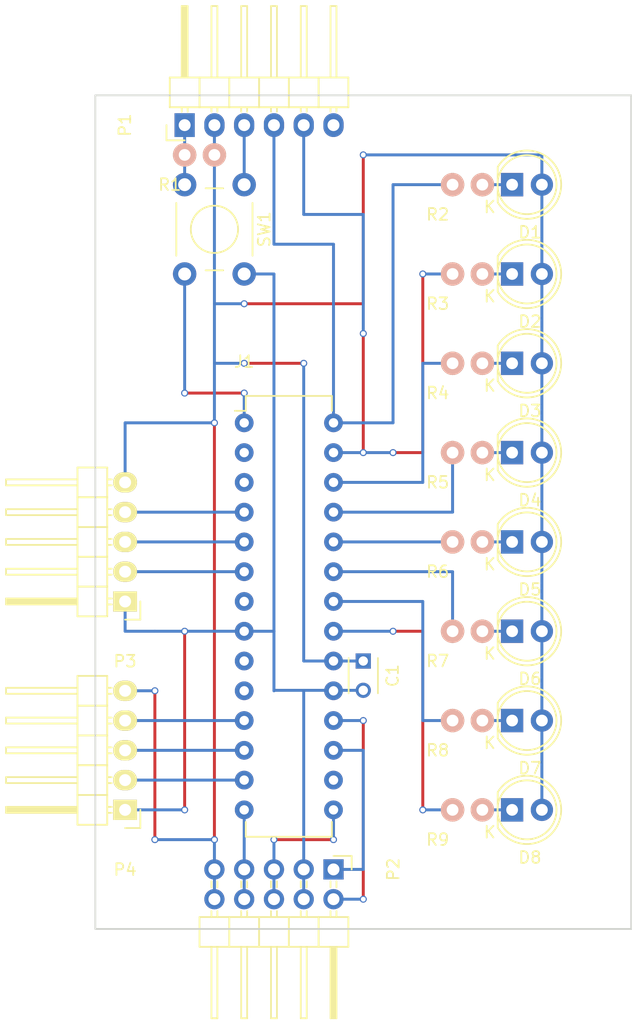
<source format=kicad_pcb>
(kicad_pcb (version 4) (host pcbnew 4.0.1-stable)

  (general
    (links 58)
    (no_connects 23)
    (area 126.924999 71.044999 172.795001 142.315001)
    (thickness 1.6)
    (drawings 4)
    (tracks 118)
    (zones 0)
    (modules 24)
    (nets 37)
  )

  (page A4)
  (title_block
    (title VW-R1)
    (date 2016-11-10)
    (company "Shotaro Kitamura (NITKC-RBKN)")
  )

  (layers
    (0 F.Cu signal)
    (31 B.Cu signal)
    (32 B.Adhes user)
    (33 F.Adhes user)
    (34 B.Paste user)
    (35 F.Paste user)
    (36 B.SilkS user)
    (37 F.SilkS user)
    (38 B.Mask user)
    (39 F.Mask user)
    (40 Dwgs.User user)
    (41 Cmts.User user)
    (42 Eco1.User user)
    (43 Eco2.User user)
    (44 Edge.Cuts user)
    (45 Margin user)
    (46 B.CrtYd user)
    (47 F.CrtYd user)
    (48 B.Fab user)
    (49 F.Fab user)
  )

  (setup
    (last_trace_width 0.25)
    (trace_clearance 0.2)
    (zone_clearance 0.508)
    (zone_45_only no)
    (trace_min 0.2)
    (segment_width 0.2)
    (edge_width 0.15)
    (via_size 0.6)
    (via_drill 0.4)
    (via_min_size 0.4)
    (via_min_drill 0.3)
    (uvia_size 0.3)
    (uvia_drill 0.1)
    (uvias_allowed no)
    (uvia_min_size 0.2)
    (uvia_min_drill 0.1)
    (pcb_text_width 0.3)
    (pcb_text_size 1.5 1.5)
    (mod_edge_width 0.15)
    (mod_text_size 1 1)
    (mod_text_width 0.15)
    (pad_size 1.524 1.524)
    (pad_drill 0.762)
    (pad_to_mask_clearance 0.2)
    (aux_axis_origin 0 0)
    (visible_elements 7FFFEFFF)
    (pcbplotparams
      (layerselection 0x00030_80000001)
      (usegerberextensions false)
      (excludeedgelayer true)
      (linewidth 0.100000)
      (plotframeref false)
      (viasonmask false)
      (mode 1)
      (useauxorigin false)
      (hpglpennumber 1)
      (hpglpenspeed 20)
      (hpglpendiameter 15)
      (hpglpenoverlay 2)
      (psnegative false)
      (psa4output false)
      (plotreference true)
      (plotvalue true)
      (plotinvisibletext false)
      (padsonsilk false)
      (subtractmaskfromsilk false)
      (outputformat 1)
      (mirror false)
      (drillshape 1)
      (scaleselection 1)
      (outputdirectory ""))
  )

  (net 0 "")
  (net 1 +5V)
  (net 2 GND)
  (net 3 "Net-(J1-Pad1)")
  (net 4 "Net-(J1-Pad2)")
  (net 5 "Net-(J1-Pad3)")
  (net 6 "Net-(J1-Pad4)")
  (net 7 "Net-(J1-Pad5)")
  (net 8 "Net-(J1-Pad6)")
  (net 9 "Net-(J1-Pad7)")
  (net 10 "Net-(J1-Pad9)")
  (net 11 "Net-(J1-Pad10)")
  (net 12 "Net-(J1-Pad11)")
  (net 13 "Net-(J1-Pad12)")
  (net 14 "Net-(J1-Pad13)")
  (net 15 "Net-(J1-Pad14)")
  (net 16 "Net-(J1-Pad15)")
  (net 17 "Net-(J1-Pad16)")
  (net 18 "Net-(J1-Pad17)")
  (net 19 "Net-(J1-Pad18)")
  (net 20 "Net-(J1-Pad21)")
  (net 21 "Net-(J1-Pad22)")
  (net 22 "Net-(J1-Pad23)")
  (net 23 "Net-(J1-Pad24)")
  (net 24 "Net-(J1-Pad25)")
  (net 25 "Net-(J1-Pad26)")
  (net 26 "Net-(J1-Pad27)")
  (net 27 "Net-(J1-Pad28)")
  (net 28 "Net-(P1-Pad6)")
  (net 29 "Net-(D1-Pad1)")
  (net 30 "Net-(D2-Pad1)")
  (net 31 "Net-(D3-Pad1)")
  (net 32 "Net-(D4-Pad1)")
  (net 33 "Net-(D5-Pad1)")
  (net 34 "Net-(D6-Pad1)")
  (net 35 "Net-(D7-Pad1)")
  (net 36 "Net-(D8-Pad1)")

  (net_class Default "これは標準のネット クラスです。"
    (clearance 0.2)
    (trace_width 0.25)
    (via_dia 0.6)
    (via_drill 0.4)
    (uvia_dia 0.3)
    (uvia_drill 0.1)
    (add_net +5V)
    (add_net GND)
    (add_net "Net-(D1-Pad1)")
    (add_net "Net-(D2-Pad1)")
    (add_net "Net-(D3-Pad1)")
    (add_net "Net-(D4-Pad1)")
    (add_net "Net-(D5-Pad1)")
    (add_net "Net-(D6-Pad1)")
    (add_net "Net-(D7-Pad1)")
    (add_net "Net-(D8-Pad1)")
    (add_net "Net-(J1-Pad1)")
    (add_net "Net-(J1-Pad10)")
    (add_net "Net-(J1-Pad11)")
    (add_net "Net-(J1-Pad12)")
    (add_net "Net-(J1-Pad13)")
    (add_net "Net-(J1-Pad14)")
    (add_net "Net-(J1-Pad15)")
    (add_net "Net-(J1-Pad16)")
    (add_net "Net-(J1-Pad17)")
    (add_net "Net-(J1-Pad18)")
    (add_net "Net-(J1-Pad2)")
    (add_net "Net-(J1-Pad21)")
    (add_net "Net-(J1-Pad22)")
    (add_net "Net-(J1-Pad23)")
    (add_net "Net-(J1-Pad24)")
    (add_net "Net-(J1-Pad25)")
    (add_net "Net-(J1-Pad26)")
    (add_net "Net-(J1-Pad27)")
    (add_net "Net-(J1-Pad28)")
    (add_net "Net-(J1-Pad3)")
    (add_net "Net-(J1-Pad4)")
    (add_net "Net-(J1-Pad5)")
    (add_net "Net-(J1-Pad6)")
    (add_net "Net-(J1-Pad7)")
    (add_net "Net-(J1-Pad9)")
    (add_net "Net-(P1-Pad6)")
  )

  (module Pin_Headers:Pin_Header_Angled_1x06 (layer F.Cu) (tedit 0) (tstamp 5823EA86)
    (at 134.62 73.66 90)
    (descr "Through hole pin header")
    (tags "pin header")
    (path /5823E0EA)
    (fp_text reference P1 (at 0 -5.1 90) (layer F.SilkS)
      (effects (font (size 1 1) (thickness 0.15)))
    )
    (fp_text value PICkit3 (at 0 -3.1 90) (layer F.Fab)
      (effects (font (size 1 1) (thickness 0.15)))
    )
    (fp_line (start -1.5 -1.75) (end -1.5 14.45) (layer F.CrtYd) (width 0.05))
    (fp_line (start 10.65 -1.75) (end 10.65 14.45) (layer F.CrtYd) (width 0.05))
    (fp_line (start -1.5 -1.75) (end 10.65 -1.75) (layer F.CrtYd) (width 0.05))
    (fp_line (start -1.5 14.45) (end 10.65 14.45) (layer F.CrtYd) (width 0.05))
    (fp_line (start -1.3 -1.55) (end -1.3 0) (layer F.SilkS) (width 0.15))
    (fp_line (start 0 -1.55) (end -1.3 -1.55) (layer F.SilkS) (width 0.15))
    (fp_line (start 4.191 -0.127) (end 10.033 -0.127) (layer F.SilkS) (width 0.15))
    (fp_line (start 10.033 -0.127) (end 10.033 0.127) (layer F.SilkS) (width 0.15))
    (fp_line (start 10.033 0.127) (end 4.191 0.127) (layer F.SilkS) (width 0.15))
    (fp_line (start 4.191 0.127) (end 4.191 0) (layer F.SilkS) (width 0.15))
    (fp_line (start 4.191 0) (end 10.033 0) (layer F.SilkS) (width 0.15))
    (fp_line (start 1.524 -0.254) (end 1.143 -0.254) (layer F.SilkS) (width 0.15))
    (fp_line (start 1.524 0.254) (end 1.143 0.254) (layer F.SilkS) (width 0.15))
    (fp_line (start 1.524 2.286) (end 1.143 2.286) (layer F.SilkS) (width 0.15))
    (fp_line (start 1.524 2.794) (end 1.143 2.794) (layer F.SilkS) (width 0.15))
    (fp_line (start 1.524 4.826) (end 1.143 4.826) (layer F.SilkS) (width 0.15))
    (fp_line (start 1.524 5.334) (end 1.143 5.334) (layer F.SilkS) (width 0.15))
    (fp_line (start 1.524 12.954) (end 1.143 12.954) (layer F.SilkS) (width 0.15))
    (fp_line (start 1.524 12.446) (end 1.143 12.446) (layer F.SilkS) (width 0.15))
    (fp_line (start 1.524 10.414) (end 1.143 10.414) (layer F.SilkS) (width 0.15))
    (fp_line (start 1.524 9.906) (end 1.143 9.906) (layer F.SilkS) (width 0.15))
    (fp_line (start 1.524 7.874) (end 1.143 7.874) (layer F.SilkS) (width 0.15))
    (fp_line (start 1.524 7.366) (end 1.143 7.366) (layer F.SilkS) (width 0.15))
    (fp_line (start 1.524 -1.27) (end 4.064 -1.27) (layer F.SilkS) (width 0.15))
    (fp_line (start 1.524 1.27) (end 4.064 1.27) (layer F.SilkS) (width 0.15))
    (fp_line (start 1.524 1.27) (end 1.524 3.81) (layer F.SilkS) (width 0.15))
    (fp_line (start 1.524 3.81) (end 4.064 3.81) (layer F.SilkS) (width 0.15))
    (fp_line (start 4.064 2.286) (end 10.16 2.286) (layer F.SilkS) (width 0.15))
    (fp_line (start 10.16 2.286) (end 10.16 2.794) (layer F.SilkS) (width 0.15))
    (fp_line (start 10.16 2.794) (end 4.064 2.794) (layer F.SilkS) (width 0.15))
    (fp_line (start 4.064 3.81) (end 4.064 1.27) (layer F.SilkS) (width 0.15))
    (fp_line (start 4.064 1.27) (end 4.064 -1.27) (layer F.SilkS) (width 0.15))
    (fp_line (start 10.16 0.254) (end 4.064 0.254) (layer F.SilkS) (width 0.15))
    (fp_line (start 10.16 -0.254) (end 10.16 0.254) (layer F.SilkS) (width 0.15))
    (fp_line (start 4.064 -0.254) (end 10.16 -0.254) (layer F.SilkS) (width 0.15))
    (fp_line (start 1.524 1.27) (end 4.064 1.27) (layer F.SilkS) (width 0.15))
    (fp_line (start 1.524 -1.27) (end 1.524 1.27) (layer F.SilkS) (width 0.15))
    (fp_line (start 1.524 8.89) (end 4.064 8.89) (layer F.SilkS) (width 0.15))
    (fp_line (start 1.524 8.89) (end 1.524 11.43) (layer F.SilkS) (width 0.15))
    (fp_line (start 1.524 11.43) (end 4.064 11.43) (layer F.SilkS) (width 0.15))
    (fp_line (start 4.064 9.906) (end 10.16 9.906) (layer F.SilkS) (width 0.15))
    (fp_line (start 10.16 9.906) (end 10.16 10.414) (layer F.SilkS) (width 0.15))
    (fp_line (start 10.16 10.414) (end 4.064 10.414) (layer F.SilkS) (width 0.15))
    (fp_line (start 4.064 11.43) (end 4.064 8.89) (layer F.SilkS) (width 0.15))
    (fp_line (start 4.064 13.97) (end 4.064 11.43) (layer F.SilkS) (width 0.15))
    (fp_line (start 10.16 12.954) (end 4.064 12.954) (layer F.SilkS) (width 0.15))
    (fp_line (start 10.16 12.446) (end 10.16 12.954) (layer F.SilkS) (width 0.15))
    (fp_line (start 4.064 12.446) (end 10.16 12.446) (layer F.SilkS) (width 0.15))
    (fp_line (start 1.524 13.97) (end 4.064 13.97) (layer F.SilkS) (width 0.15))
    (fp_line (start 1.524 11.43) (end 1.524 13.97) (layer F.SilkS) (width 0.15))
    (fp_line (start 1.524 11.43) (end 4.064 11.43) (layer F.SilkS) (width 0.15))
    (fp_line (start 1.524 6.35) (end 4.064 6.35) (layer F.SilkS) (width 0.15))
    (fp_line (start 1.524 6.35) (end 1.524 8.89) (layer F.SilkS) (width 0.15))
    (fp_line (start 1.524 8.89) (end 4.064 8.89) (layer F.SilkS) (width 0.15))
    (fp_line (start 4.064 7.366) (end 10.16 7.366) (layer F.SilkS) (width 0.15))
    (fp_line (start 10.16 7.366) (end 10.16 7.874) (layer F.SilkS) (width 0.15))
    (fp_line (start 10.16 7.874) (end 4.064 7.874) (layer F.SilkS) (width 0.15))
    (fp_line (start 4.064 8.89) (end 4.064 6.35) (layer F.SilkS) (width 0.15))
    (fp_line (start 4.064 6.35) (end 4.064 3.81) (layer F.SilkS) (width 0.15))
    (fp_line (start 10.16 5.334) (end 4.064 5.334) (layer F.SilkS) (width 0.15))
    (fp_line (start 10.16 4.826) (end 10.16 5.334) (layer F.SilkS) (width 0.15))
    (fp_line (start 4.064 4.826) (end 10.16 4.826) (layer F.SilkS) (width 0.15))
    (fp_line (start 1.524 6.35) (end 4.064 6.35) (layer F.SilkS) (width 0.15))
    (fp_line (start 1.524 3.81) (end 1.524 6.35) (layer F.SilkS) (width 0.15))
    (fp_line (start 1.524 3.81) (end 4.064 3.81) (layer F.SilkS) (width 0.15))
    (pad 1 thru_hole rect (at 0 0 90) (size 2.032 1.7272) (drill 1.016) (layers *.Cu *.Mask)
      (net 3 "Net-(J1-Pad1)"))
    (pad 2 thru_hole oval (at 0 2.54 90) (size 2.032 1.7272) (drill 1.016) (layers *.Cu *.Mask)
      (net 1 +5V))
    (pad 3 thru_hole oval (at 0 5.08 90) (size 2.032 1.7272) (drill 1.016) (layers *.Cu *.Mask)
      (net 2 GND))
    (pad 4 thru_hole oval (at 0 7.62 90) (size 2.032 1.7272) (drill 1.016) (layers *.Cu *.Mask)
      (net 27 "Net-(J1-Pad28)"))
    (pad 5 thru_hole oval (at 0 10.16 90) (size 2.032 1.7272) (drill 1.016) (layers *.Cu *.Mask)
      (net 26 "Net-(J1-Pad27)"))
    (pad 6 thru_hole oval (at 0 12.7 90) (size 2.032 1.7272) (drill 1.016) (layers *.Cu *.Mask)
      (net 28 "Net-(P1-Pad6)"))
    (model Pin_Headers.3dshapes/Pin_Header_Angled_1x06.wrl
      (at (xyz 0 -0.25 0))
      (scale (xyz 1 1 1))
      (rotate (xyz 0 0 90))
    )
  )

  (module Capacitors_ThroughHole:C_Disc_D3_P2.5 (layer F.Cu) (tedit 0) (tstamp 5823EA2C)
    (at 149.86 119.38 270)
    (descr "Capacitor 3mm Disc, Pitch 2.5mm")
    (tags Capacitor)
    (path /5823FC0B)
    (fp_text reference C1 (at 1.25 -2.5 270) (layer F.SilkS)
      (effects (font (size 1 1) (thickness 0.15)))
    )
    (fp_text value 0.1uF (at 1.25 2.5 270) (layer F.Fab)
      (effects (font (size 1 1) (thickness 0.15)))
    )
    (fp_line (start -0.9 -1.5) (end 3.4 -1.5) (layer F.CrtYd) (width 0.05))
    (fp_line (start 3.4 -1.5) (end 3.4 1.5) (layer F.CrtYd) (width 0.05))
    (fp_line (start 3.4 1.5) (end -0.9 1.5) (layer F.CrtYd) (width 0.05))
    (fp_line (start -0.9 1.5) (end -0.9 -1.5) (layer F.CrtYd) (width 0.05))
    (fp_line (start -0.25 -1.25) (end 2.75 -1.25) (layer F.SilkS) (width 0.15))
    (fp_line (start 2.75 1.25) (end -0.25 1.25) (layer F.SilkS) (width 0.15))
    (pad 1 thru_hole rect (at 0 0 270) (size 1.3 1.3) (drill 0.8) (layers *.Cu *.Mask)
      (net 1 +5V))
    (pad 2 thru_hole circle (at 2.5 0 270) (size 1.3 1.3) (drill 0.8001) (layers *.Cu *.Mask)
      (net 2 GND))
    (model Capacitors_ThroughHole.3dshapes/C_Disc_D3_P2.5.wrl
      (at (xyz 0.0492126 0 0))
      (scale (xyz 1 1 1))
      (rotate (xyz 0 0 0))
    )
  )

  (module LEDs:LED-5MM (layer F.Cu) (tedit 5570F7EA) (tstamp 5823EA32)
    (at 162.56 78.74)
    (descr "LED 5mm round vertical")
    (tags "LED 5mm round vertical")
    (path /58C3EFF6)
    (fp_text reference D1 (at 1.524 4.064) (layer F.SilkS)
      (effects (font (size 1 1) (thickness 0.15)))
    )
    (fp_text value LED (at 1.524 -3.937) (layer F.Fab)
      (effects (font (size 1 1) (thickness 0.15)))
    )
    (fp_line (start -1.5 -1.55) (end -1.5 1.55) (layer F.CrtYd) (width 0.05))
    (fp_arc (start 1.3 0) (end -1.5 1.55) (angle -302) (layer F.CrtYd) (width 0.05))
    (fp_arc (start 1.27 0) (end -1.23 -1.5) (angle 297.5) (layer F.SilkS) (width 0.15))
    (fp_line (start -1.23 1.5) (end -1.23 -1.5) (layer F.SilkS) (width 0.15))
    (fp_circle (center 1.27 0) (end 0.97 -2.5) (layer F.SilkS) (width 0.15))
    (fp_text user K (at -1.905 1.905) (layer F.SilkS)
      (effects (font (size 1 1) (thickness 0.15)))
    )
    (pad 1 thru_hole rect (at 0 0 90) (size 2 1.9) (drill 1.00076) (layers *.Cu *.Mask)
      (net 29 "Net-(D1-Pad1)"))
    (pad 2 thru_hole circle (at 2.54 0) (size 1.9 1.9) (drill 1.00076) (layers *.Cu *.Mask)
      (net 1 +5V))
    (model LEDs.3dshapes/LED-5MM.wrl
      (at (xyz 0.05 0 0))
      (scale (xyz 1 1 1))
      (rotate (xyz 0 0 90))
    )
  )

  (module LEDs:LED-5MM (layer F.Cu) (tedit 5570F7EA) (tstamp 5823EA38)
    (at 162.56 86.36)
    (descr "LED 5mm round vertical")
    (tags "LED 5mm round vertical")
    (path /58C3F038)
    (fp_text reference D2 (at 1.524 4.064) (layer F.SilkS)
      (effects (font (size 1 1) (thickness 0.15)))
    )
    (fp_text value LED (at 1.524 -3.937) (layer F.Fab)
      (effects (font (size 1 1) (thickness 0.15)))
    )
    (fp_line (start -1.5 -1.55) (end -1.5 1.55) (layer F.CrtYd) (width 0.05))
    (fp_arc (start 1.3 0) (end -1.5 1.55) (angle -302) (layer F.CrtYd) (width 0.05))
    (fp_arc (start 1.27 0) (end -1.23 -1.5) (angle 297.5) (layer F.SilkS) (width 0.15))
    (fp_line (start -1.23 1.5) (end -1.23 -1.5) (layer F.SilkS) (width 0.15))
    (fp_circle (center 1.27 0) (end 0.97 -2.5) (layer F.SilkS) (width 0.15))
    (fp_text user K (at -1.905 1.905) (layer F.SilkS)
      (effects (font (size 1 1) (thickness 0.15)))
    )
    (pad 1 thru_hole rect (at 0 0 90) (size 2 1.9) (drill 1.00076) (layers *.Cu *.Mask)
      (net 30 "Net-(D2-Pad1)"))
    (pad 2 thru_hole circle (at 2.54 0) (size 1.9 1.9) (drill 1.00076) (layers *.Cu *.Mask)
      (net 1 +5V))
    (model LEDs.3dshapes/LED-5MM.wrl
      (at (xyz 0.05 0 0))
      (scale (xyz 1 1 1))
      (rotate (xyz 0 0 90))
    )
  )

  (module LEDs:LED-5MM (layer F.Cu) (tedit 5570F7EA) (tstamp 5823EA3E)
    (at 162.56 93.98)
    (descr "LED 5mm round vertical")
    (tags "LED 5mm round vertical")
    (path /58C3F07C)
    (fp_text reference D3 (at 1.524 4.064) (layer F.SilkS)
      (effects (font (size 1 1) (thickness 0.15)))
    )
    (fp_text value LED (at 1.524 -3.937) (layer F.Fab)
      (effects (font (size 1 1) (thickness 0.15)))
    )
    (fp_line (start -1.5 -1.55) (end -1.5 1.55) (layer F.CrtYd) (width 0.05))
    (fp_arc (start 1.3 0) (end -1.5 1.55) (angle -302) (layer F.CrtYd) (width 0.05))
    (fp_arc (start 1.27 0) (end -1.23 -1.5) (angle 297.5) (layer F.SilkS) (width 0.15))
    (fp_line (start -1.23 1.5) (end -1.23 -1.5) (layer F.SilkS) (width 0.15))
    (fp_circle (center 1.27 0) (end 0.97 -2.5) (layer F.SilkS) (width 0.15))
    (fp_text user K (at -1.905 1.905) (layer F.SilkS)
      (effects (font (size 1 1) (thickness 0.15)))
    )
    (pad 1 thru_hole rect (at 0 0 90) (size 2 1.9) (drill 1.00076) (layers *.Cu *.Mask)
      (net 31 "Net-(D3-Pad1)"))
    (pad 2 thru_hole circle (at 2.54 0) (size 1.9 1.9) (drill 1.00076) (layers *.Cu *.Mask)
      (net 1 +5V))
    (model LEDs.3dshapes/LED-5MM.wrl
      (at (xyz 0.05 0 0))
      (scale (xyz 1 1 1))
      (rotate (xyz 0 0 90))
    )
  )

  (module LEDs:LED-5MM (layer F.Cu) (tedit 5570F7EA) (tstamp 5823EA44)
    (at 162.56 101.6)
    (descr "LED 5mm round vertical")
    (tags "LED 5mm round vertical")
    (path /58C3F0C3)
    (fp_text reference D4 (at 1.524 4.064) (layer F.SilkS)
      (effects (font (size 1 1) (thickness 0.15)))
    )
    (fp_text value LED (at 1.524 -3.937) (layer F.Fab)
      (effects (font (size 1 1) (thickness 0.15)))
    )
    (fp_line (start -1.5 -1.55) (end -1.5 1.55) (layer F.CrtYd) (width 0.05))
    (fp_arc (start 1.3 0) (end -1.5 1.55) (angle -302) (layer F.CrtYd) (width 0.05))
    (fp_arc (start 1.27 0) (end -1.23 -1.5) (angle 297.5) (layer F.SilkS) (width 0.15))
    (fp_line (start -1.23 1.5) (end -1.23 -1.5) (layer F.SilkS) (width 0.15))
    (fp_circle (center 1.27 0) (end 0.97 -2.5) (layer F.SilkS) (width 0.15))
    (fp_text user K (at -1.905 1.905) (layer F.SilkS)
      (effects (font (size 1 1) (thickness 0.15)))
    )
    (pad 1 thru_hole rect (at 0 0 90) (size 2 1.9) (drill 1.00076) (layers *.Cu *.Mask)
      (net 32 "Net-(D4-Pad1)"))
    (pad 2 thru_hole circle (at 2.54 0) (size 1.9 1.9) (drill 1.00076) (layers *.Cu *.Mask)
      (net 1 +5V))
    (model LEDs.3dshapes/LED-5MM.wrl
      (at (xyz 0.05 0 0))
      (scale (xyz 1 1 1))
      (rotate (xyz 0 0 90))
    )
  )

  (module LEDs:LED-5MM (layer F.Cu) (tedit 5570F7EA) (tstamp 5823EA4A)
    (at 162.56 109.22)
    (descr "LED 5mm round vertical")
    (tags "LED 5mm round vertical")
    (path /58C3F10D)
    (fp_text reference D5 (at 1.524 4.064) (layer F.SilkS)
      (effects (font (size 1 1) (thickness 0.15)))
    )
    (fp_text value LED (at 1.524 -3.937) (layer F.Fab)
      (effects (font (size 1 1) (thickness 0.15)))
    )
    (fp_line (start -1.5 -1.55) (end -1.5 1.55) (layer F.CrtYd) (width 0.05))
    (fp_arc (start 1.3 0) (end -1.5 1.55) (angle -302) (layer F.CrtYd) (width 0.05))
    (fp_arc (start 1.27 0) (end -1.23 -1.5) (angle 297.5) (layer F.SilkS) (width 0.15))
    (fp_line (start -1.23 1.5) (end -1.23 -1.5) (layer F.SilkS) (width 0.15))
    (fp_circle (center 1.27 0) (end 0.97 -2.5) (layer F.SilkS) (width 0.15))
    (fp_text user K (at -1.905 1.905) (layer F.SilkS)
      (effects (font (size 1 1) (thickness 0.15)))
    )
    (pad 1 thru_hole rect (at 0 0 90) (size 2 1.9) (drill 1.00076) (layers *.Cu *.Mask)
      (net 33 "Net-(D5-Pad1)"))
    (pad 2 thru_hole circle (at 2.54 0) (size 1.9 1.9) (drill 1.00076) (layers *.Cu *.Mask)
      (net 1 +5V))
    (model LEDs.3dshapes/LED-5MM.wrl
      (at (xyz 0.05 0 0))
      (scale (xyz 1 1 1))
      (rotate (xyz 0 0 90))
    )
  )

  (module LEDs:LED-5MM (layer F.Cu) (tedit 5570F7EA) (tstamp 5823EA50)
    (at 162.56 116.84)
    (descr "LED 5mm round vertical")
    (tags "LED 5mm round vertical")
    (path /58C3F15A)
    (fp_text reference D6 (at 1.524 4.064) (layer F.SilkS)
      (effects (font (size 1 1) (thickness 0.15)))
    )
    (fp_text value LED (at 1.524 -3.937) (layer F.Fab)
      (effects (font (size 1 1) (thickness 0.15)))
    )
    (fp_line (start -1.5 -1.55) (end -1.5 1.55) (layer F.CrtYd) (width 0.05))
    (fp_arc (start 1.3 0) (end -1.5 1.55) (angle -302) (layer F.CrtYd) (width 0.05))
    (fp_arc (start 1.27 0) (end -1.23 -1.5) (angle 297.5) (layer F.SilkS) (width 0.15))
    (fp_line (start -1.23 1.5) (end -1.23 -1.5) (layer F.SilkS) (width 0.15))
    (fp_circle (center 1.27 0) (end 0.97 -2.5) (layer F.SilkS) (width 0.15))
    (fp_text user K (at -1.905 1.905) (layer F.SilkS)
      (effects (font (size 1 1) (thickness 0.15)))
    )
    (pad 1 thru_hole rect (at 0 0 90) (size 2 1.9) (drill 1.00076) (layers *.Cu *.Mask)
      (net 34 "Net-(D6-Pad1)"))
    (pad 2 thru_hole circle (at 2.54 0) (size 1.9 1.9) (drill 1.00076) (layers *.Cu *.Mask)
      (net 1 +5V))
    (model LEDs.3dshapes/LED-5MM.wrl
      (at (xyz 0.05 0 0))
      (scale (xyz 1 1 1))
      (rotate (xyz 0 0 90))
    )
  )

  (module LEDs:LED-5MM (layer F.Cu) (tedit 5570F7EA) (tstamp 5823EA56)
    (at 162.56 124.46)
    (descr "LED 5mm round vertical")
    (tags "LED 5mm round vertical")
    (path /58C3F1AA)
    (fp_text reference D7 (at 1.524 4.064) (layer F.SilkS)
      (effects (font (size 1 1) (thickness 0.15)))
    )
    (fp_text value LED (at 1.524 -3.937) (layer F.Fab)
      (effects (font (size 1 1) (thickness 0.15)))
    )
    (fp_line (start -1.5 -1.55) (end -1.5 1.55) (layer F.CrtYd) (width 0.05))
    (fp_arc (start 1.3 0) (end -1.5 1.55) (angle -302) (layer F.CrtYd) (width 0.05))
    (fp_arc (start 1.27 0) (end -1.23 -1.5) (angle 297.5) (layer F.SilkS) (width 0.15))
    (fp_line (start -1.23 1.5) (end -1.23 -1.5) (layer F.SilkS) (width 0.15))
    (fp_circle (center 1.27 0) (end 0.97 -2.5) (layer F.SilkS) (width 0.15))
    (fp_text user K (at -1.905 1.905) (layer F.SilkS)
      (effects (font (size 1 1) (thickness 0.15)))
    )
    (pad 1 thru_hole rect (at 0 0 90) (size 2 1.9) (drill 1.00076) (layers *.Cu *.Mask)
      (net 35 "Net-(D7-Pad1)"))
    (pad 2 thru_hole circle (at 2.54 0) (size 1.9 1.9) (drill 1.00076) (layers *.Cu *.Mask)
      (net 1 +5V))
    (model LEDs.3dshapes/LED-5MM.wrl
      (at (xyz 0.05 0 0))
      (scale (xyz 1 1 1))
      (rotate (xyz 0 0 90))
    )
  )

  (module LEDs:LED-5MM (layer F.Cu) (tedit 5570F7EA) (tstamp 5823EA5C)
    (at 162.56 132.08)
    (descr "LED 5mm round vertical")
    (tags "LED 5mm round vertical")
    (path /58C3F1FD)
    (fp_text reference D8 (at 1.524 4.064) (layer F.SilkS)
      (effects (font (size 1 1) (thickness 0.15)))
    )
    (fp_text value LED (at 1.524 -3.937) (layer F.Fab)
      (effects (font (size 1 1) (thickness 0.15)))
    )
    (fp_line (start -1.5 -1.55) (end -1.5 1.55) (layer F.CrtYd) (width 0.05))
    (fp_arc (start 1.3 0) (end -1.5 1.55) (angle -302) (layer F.CrtYd) (width 0.05))
    (fp_arc (start 1.27 0) (end -1.23 -1.5) (angle 297.5) (layer F.SilkS) (width 0.15))
    (fp_line (start -1.23 1.5) (end -1.23 -1.5) (layer F.SilkS) (width 0.15))
    (fp_circle (center 1.27 0) (end 0.97 -2.5) (layer F.SilkS) (width 0.15))
    (fp_text user K (at -1.905 1.905) (layer F.SilkS)
      (effects (font (size 1 1) (thickness 0.15)))
    )
    (pad 1 thru_hole rect (at 0 0 90) (size 2 1.9) (drill 1.00076) (layers *.Cu *.Mask)
      (net 36 "Net-(D8-Pad1)"))
    (pad 2 thru_hole circle (at 2.54 0) (size 1.9 1.9) (drill 1.00076) (layers *.Cu *.Mask)
      (net 1 +5V))
    (model LEDs.3dshapes/LED-5MM.wrl
      (at (xyz 0.05 0 0))
      (scale (xyz 1 1 1))
      (rotate (xyz 0 0 90))
    )
  )

  (module Housings_DIP:DIP-28_W7.62mm (layer F.Cu) (tedit 54130A77) (tstamp 5823EA7C)
    (at 139.7 99.06)
    (descr "28-lead dip package, row spacing 7.62 mm (300 mils)")
    (tags "dil dip 2.54 300")
    (path /5823B509)
    (fp_text reference J1 (at 0 -5.22) (layer F.SilkS)
      (effects (font (size 1 1) (thickness 0.15)))
    )
    (fp_text value PIC16F1938 (at 0 -3.72) (layer F.Fab)
      (effects (font (size 1 1) (thickness 0.15)))
    )
    (fp_line (start -1.05 -2.45) (end -1.05 35.5) (layer F.CrtYd) (width 0.05))
    (fp_line (start 8.65 -2.45) (end 8.65 35.5) (layer F.CrtYd) (width 0.05))
    (fp_line (start -1.05 -2.45) (end 8.65 -2.45) (layer F.CrtYd) (width 0.05))
    (fp_line (start -1.05 35.5) (end 8.65 35.5) (layer F.CrtYd) (width 0.05))
    (fp_line (start 0.135 -2.295) (end 0.135 -1.025) (layer F.SilkS) (width 0.15))
    (fp_line (start 7.485 -2.295) (end 7.485 -1.025) (layer F.SilkS) (width 0.15))
    (fp_line (start 7.485 35.315) (end 7.485 34.045) (layer F.SilkS) (width 0.15))
    (fp_line (start 0.135 35.315) (end 0.135 34.045) (layer F.SilkS) (width 0.15))
    (fp_line (start 0.135 -2.295) (end 7.485 -2.295) (layer F.SilkS) (width 0.15))
    (fp_line (start 0.135 35.315) (end 7.485 35.315) (layer F.SilkS) (width 0.15))
    (fp_line (start 0.135 -1.025) (end -0.8 -1.025) (layer F.SilkS) (width 0.15))
    (pad 1 thru_hole oval (at 0 0) (size 1.6 1.6) (drill 0.8) (layers *.Cu *.Mask)
      (net 3 "Net-(J1-Pad1)"))
    (pad 2 thru_hole oval (at 0 2.54) (size 1.6 1.6) (drill 0.8) (layers *.Cu *.Mask)
      (net 4 "Net-(J1-Pad2)"))
    (pad 3 thru_hole oval (at 0 5.08) (size 1.6 1.6) (drill 0.8) (layers *.Cu *.Mask)
      (net 5 "Net-(J1-Pad3)"))
    (pad 4 thru_hole oval (at 0 7.62) (size 1.6 1.6) (drill 0.8) (layers *.Cu *.Mask)
      (net 6 "Net-(J1-Pad4)"))
    (pad 5 thru_hole oval (at 0 10.16) (size 1.6 1.6) (drill 0.8) (layers *.Cu *.Mask)
      (net 7 "Net-(J1-Pad5)"))
    (pad 6 thru_hole oval (at 0 12.7) (size 1.6 1.6) (drill 0.8) (layers *.Cu *.Mask)
      (net 8 "Net-(J1-Pad6)"))
    (pad 7 thru_hole oval (at 0 15.24) (size 1.6 1.6) (drill 0.8) (layers *.Cu *.Mask)
      (net 9 "Net-(J1-Pad7)"))
    (pad 8 thru_hole oval (at 0 17.78) (size 1.6 1.6) (drill 0.8) (layers *.Cu *.Mask)
      (net 2 GND))
    (pad 9 thru_hole oval (at 0 20.32) (size 1.6 1.6) (drill 0.8) (layers *.Cu *.Mask)
      (net 10 "Net-(J1-Pad9)"))
    (pad 10 thru_hole oval (at 0 22.86) (size 1.6 1.6) (drill 0.8) (layers *.Cu *.Mask)
      (net 11 "Net-(J1-Pad10)"))
    (pad 11 thru_hole oval (at 0 25.4) (size 1.6 1.6) (drill 0.8) (layers *.Cu *.Mask)
      (net 12 "Net-(J1-Pad11)"))
    (pad 12 thru_hole oval (at 0 27.94) (size 1.6 1.6) (drill 0.8) (layers *.Cu *.Mask)
      (net 13 "Net-(J1-Pad12)"))
    (pad 13 thru_hole oval (at 0 30.48) (size 1.6 1.6) (drill 0.8) (layers *.Cu *.Mask)
      (net 14 "Net-(J1-Pad13)"))
    (pad 14 thru_hole oval (at 0 33.02) (size 1.6 1.6) (drill 0.8) (layers *.Cu *.Mask)
      (net 15 "Net-(J1-Pad14)"))
    (pad 15 thru_hole oval (at 7.62 33.02) (size 1.6 1.6) (drill 0.8) (layers *.Cu *.Mask)
      (net 16 "Net-(J1-Pad15)"))
    (pad 16 thru_hole oval (at 7.62 30.48) (size 1.6 1.6) (drill 0.8) (layers *.Cu *.Mask)
      (net 17 "Net-(J1-Pad16)"))
    (pad 17 thru_hole oval (at 7.62 27.94) (size 1.6 1.6) (drill 0.8) (layers *.Cu *.Mask)
      (net 18 "Net-(J1-Pad17)"))
    (pad 18 thru_hole oval (at 7.62 25.4) (size 1.6 1.6) (drill 0.8) (layers *.Cu *.Mask)
      (net 19 "Net-(J1-Pad18)"))
    (pad 19 thru_hole oval (at 7.62 22.86) (size 1.6 1.6) (drill 0.8) (layers *.Cu *.Mask)
      (net 2 GND))
    (pad 20 thru_hole oval (at 7.62 20.32) (size 1.6 1.6) (drill 0.8) (layers *.Cu *.Mask)
      (net 1 +5V))
    (pad 21 thru_hole oval (at 7.62 17.78) (size 1.6 1.6) (drill 0.8) (layers *.Cu *.Mask)
      (net 20 "Net-(J1-Pad21)"))
    (pad 22 thru_hole oval (at 7.62 15.24) (size 1.6 1.6) (drill 0.8) (layers *.Cu *.Mask)
      (net 21 "Net-(J1-Pad22)"))
    (pad 23 thru_hole oval (at 7.62 12.7) (size 1.6 1.6) (drill 0.8) (layers *.Cu *.Mask)
      (net 22 "Net-(J1-Pad23)"))
    (pad 24 thru_hole oval (at 7.62 10.16) (size 1.6 1.6) (drill 0.8) (layers *.Cu *.Mask)
      (net 23 "Net-(J1-Pad24)"))
    (pad 25 thru_hole oval (at 7.62 7.62) (size 1.6 1.6) (drill 0.8) (layers *.Cu *.Mask)
      (net 24 "Net-(J1-Pad25)"))
    (pad 26 thru_hole oval (at 7.62 5.08) (size 1.6 1.6) (drill 0.8) (layers *.Cu *.Mask)
      (net 25 "Net-(J1-Pad26)"))
    (pad 27 thru_hole oval (at 7.62 2.54) (size 1.6 1.6) (drill 0.8) (layers *.Cu *.Mask)
      (net 26 "Net-(J1-Pad27)"))
    (pad 28 thru_hole oval (at 7.62 0) (size 1.6 1.6) (drill 0.8) (layers *.Cu *.Mask)
      (net 27 "Net-(J1-Pad28)"))
    (model Housings_DIP.3dshapes/DIP-28_W7.62mm.wrl
      (at (xyz 0 0 0))
      (scale (xyz 1 1 1))
      (rotate (xyz 0 0 0))
    )
  )

  (module Pin_Headers:Pin_Header_Angled_2x05 (layer F.Cu) (tedit 0) (tstamp 5823EA94)
    (at 147.32 137.16 270)
    (descr "Through hole pin header")
    (tags "pin header")
    (path /5823B520)
    (fp_text reference P2 (at 0 -5.1 270) (layer F.SilkS)
      (effects (font (size 1 1) (thickness 0.15)))
    )
    (fp_text value CONN_02X05 (at 0 -3.1 270) (layer F.Fab)
      (effects (font (size 1 1) (thickness 0.15)))
    )
    (fp_line (start -1.35 -1.75) (end -1.35 11.95) (layer F.CrtYd) (width 0.05))
    (fp_line (start 13.2 -1.75) (end 13.2 11.95) (layer F.CrtYd) (width 0.05))
    (fp_line (start -1.35 -1.75) (end 13.2 -1.75) (layer F.CrtYd) (width 0.05))
    (fp_line (start -1.35 11.95) (end 13.2 11.95) (layer F.CrtYd) (width 0.05))
    (fp_line (start 1.524 10.414) (end 1.016 10.414) (layer F.SilkS) (width 0.15))
    (fp_line (start 1.524 9.906) (end 1.016 9.906) (layer F.SilkS) (width 0.15))
    (fp_line (start 1.524 7.874) (end 1.016 7.874) (layer F.SilkS) (width 0.15))
    (fp_line (start 1.524 7.366) (end 1.016 7.366) (layer F.SilkS) (width 0.15))
    (fp_line (start 1.524 -0.254) (end 1.016 -0.254) (layer F.SilkS) (width 0.15))
    (fp_line (start 1.524 0.254) (end 1.016 0.254) (layer F.SilkS) (width 0.15))
    (fp_line (start 1.524 5.334) (end 1.016 5.334) (layer F.SilkS) (width 0.15))
    (fp_line (start 1.524 4.826) (end 1.016 4.826) (layer F.SilkS) (width 0.15))
    (fp_line (start 1.524 2.794) (end 1.016 2.794) (layer F.SilkS) (width 0.15))
    (fp_line (start 1.524 2.286) (end 1.016 2.286) (layer F.SilkS) (width 0.15))
    (fp_line (start 4.064 10.414) (end 3.556 10.414) (layer F.SilkS) (width 0.15))
    (fp_line (start 4.064 9.906) (end 3.556 9.906) (layer F.SilkS) (width 0.15))
    (fp_line (start 4.064 -0.254) (end 3.556 -0.254) (layer F.SilkS) (width 0.15))
    (fp_line (start 4.064 0.254) (end 3.556 0.254) (layer F.SilkS) (width 0.15))
    (fp_line (start 4.064 2.286) (end 3.556 2.286) (layer F.SilkS) (width 0.15))
    (fp_line (start 4.064 2.794) (end 3.556 2.794) (layer F.SilkS) (width 0.15))
    (fp_line (start 4.064 7.874) (end 3.556 7.874) (layer F.SilkS) (width 0.15))
    (fp_line (start 4.064 7.366) (end 3.556 7.366) (layer F.SilkS) (width 0.15))
    (fp_line (start 4.064 5.334) (end 3.556 5.334) (layer F.SilkS) (width 0.15))
    (fp_line (start 4.064 4.826) (end 3.556 4.826) (layer F.SilkS) (width 0.15))
    (fp_line (start 0 -1.55) (end -1.15 -1.55) (layer F.SilkS) (width 0.15))
    (fp_line (start -1.15 -1.55) (end -1.15 0) (layer F.SilkS) (width 0.15))
    (fp_line (start 6.604 -0.127) (end 12.573 -0.127) (layer F.SilkS) (width 0.15))
    (fp_line (start 12.573 -0.127) (end 12.573 0.127) (layer F.SilkS) (width 0.15))
    (fp_line (start 12.573 0.127) (end 6.731 0.127) (layer F.SilkS) (width 0.15))
    (fp_line (start 6.731 0.127) (end 6.731 0) (layer F.SilkS) (width 0.15))
    (fp_line (start 6.731 0) (end 12.573 0) (layer F.SilkS) (width 0.15))
    (fp_line (start 4.064 8.89) (end 6.604 8.89) (layer F.SilkS) (width 0.15))
    (fp_line (start 4.064 8.89) (end 4.064 11.43) (layer F.SilkS) (width 0.15))
    (fp_line (start 6.604 9.906) (end 12.7 9.906) (layer F.SilkS) (width 0.15))
    (fp_line (start 12.7 9.906) (end 12.7 10.414) (layer F.SilkS) (width 0.15))
    (fp_line (start 12.7 10.414) (end 6.604 10.414) (layer F.SilkS) (width 0.15))
    (fp_line (start 6.604 11.43) (end 6.604 8.89) (layer F.SilkS) (width 0.15))
    (fp_line (start 4.064 11.43) (end 6.604 11.43) (layer F.SilkS) (width 0.15))
    (fp_line (start 4.064 3.81) (end 6.604 3.81) (layer F.SilkS) (width 0.15))
    (fp_line (start 4.064 3.81) (end 4.064 6.35) (layer F.SilkS) (width 0.15))
    (fp_line (start 4.064 6.35) (end 6.604 6.35) (layer F.SilkS) (width 0.15))
    (fp_line (start 6.604 4.826) (end 12.7 4.826) (layer F.SilkS) (width 0.15))
    (fp_line (start 12.7 4.826) (end 12.7 5.334) (layer F.SilkS) (width 0.15))
    (fp_line (start 12.7 5.334) (end 6.604 5.334) (layer F.SilkS) (width 0.15))
    (fp_line (start 6.604 6.35) (end 6.604 3.81) (layer F.SilkS) (width 0.15))
    (fp_line (start 6.604 8.89) (end 6.604 6.35) (layer F.SilkS) (width 0.15))
    (fp_line (start 12.7 7.874) (end 6.604 7.874) (layer F.SilkS) (width 0.15))
    (fp_line (start 12.7 7.366) (end 12.7 7.874) (layer F.SilkS) (width 0.15))
    (fp_line (start 6.604 7.366) (end 12.7 7.366) (layer F.SilkS) (width 0.15))
    (fp_line (start 4.064 8.89) (end 6.604 8.89) (layer F.SilkS) (width 0.15))
    (fp_line (start 4.064 6.35) (end 4.064 8.89) (layer F.SilkS) (width 0.15))
    (fp_line (start 4.064 6.35) (end 6.604 6.35) (layer F.SilkS) (width 0.15))
    (fp_line (start 4.064 1.27) (end 6.604 1.27) (layer F.SilkS) (width 0.15))
    (fp_line (start 4.064 1.27) (end 4.064 3.81) (layer F.SilkS) (width 0.15))
    (fp_line (start 4.064 3.81) (end 6.604 3.81) (layer F.SilkS) (width 0.15))
    (fp_line (start 6.604 2.286) (end 12.7 2.286) (layer F.SilkS) (width 0.15))
    (fp_line (start 12.7 2.286) (end 12.7 2.794) (layer F.SilkS) (width 0.15))
    (fp_line (start 12.7 2.794) (end 6.604 2.794) (layer F.SilkS) (width 0.15))
    (fp_line (start 6.604 3.81) (end 6.604 1.27) (layer F.SilkS) (width 0.15))
    (fp_line (start 6.604 1.27) (end 6.604 -1.27) (layer F.SilkS) (width 0.15))
    (fp_line (start 12.7 0.254) (end 6.604 0.254) (layer F.SilkS) (width 0.15))
    (fp_line (start 12.7 -0.254) (end 12.7 0.254) (layer F.SilkS) (width 0.15))
    (fp_line (start 6.604 -0.254) (end 12.7 -0.254) (layer F.SilkS) (width 0.15))
    (fp_line (start 4.064 1.27) (end 6.604 1.27) (layer F.SilkS) (width 0.15))
    (fp_line (start 4.064 -1.27) (end 4.064 1.27) (layer F.SilkS) (width 0.15))
    (fp_line (start 4.064 -1.27) (end 6.604 -1.27) (layer F.SilkS) (width 0.15))
    (pad 1 thru_hole rect (at 0 0 270) (size 1.7272 1.7272) (drill 1.016) (layers *.Cu *.Mask)
      (net 18 "Net-(J1-Pad17)"))
    (pad 2 thru_hole oval (at 2.54 0 270) (size 1.7272 1.7272) (drill 1.016) (layers *.Cu *.Mask)
      (net 19 "Net-(J1-Pad18)"))
    (pad 3 thru_hole oval (at 0 2.54 270) (size 1.7272 1.7272) (drill 1.016) (layers *.Cu *.Mask)
      (net 2 GND))
    (pad 4 thru_hole oval (at 2.54 2.54 270) (size 1.7272 1.7272) (drill 1.016) (layers *.Cu *.Mask)
      (net 2 GND))
    (pad 5 thru_hole oval (at 0 5.08 270) (size 1.7272 1.7272) (drill 1.016) (layers *.Cu *.Mask)
      (net 16 "Net-(J1-Pad15)"))
    (pad 6 thru_hole oval (at 2.54 5.08 270) (size 1.7272 1.7272) (drill 1.016) (layers *.Cu *.Mask)
      (net 16 "Net-(J1-Pad15)"))
    (pad 7 thru_hole oval (at 0 7.62 270) (size 1.7272 1.7272) (drill 1.016) (layers *.Cu *.Mask)
      (net 15 "Net-(J1-Pad14)"))
    (pad 8 thru_hole oval (at 2.54 7.62 270) (size 1.7272 1.7272) (drill 1.016) (layers *.Cu *.Mask)
      (net 15 "Net-(J1-Pad14)"))
    (pad 9 thru_hole oval (at 0 10.16 270) (size 1.7272 1.7272) (drill 1.016) (layers *.Cu *.Mask)
      (net 1 +5V))
    (pad 10 thru_hole oval (at 2.54 10.16 270) (size 1.7272 1.7272) (drill 1.016) (layers *.Cu *.Mask)
      (net 1 +5V))
    (model Pin_Headers.3dshapes/Pin_Header_Angled_2x05.wrl
      (at (xyz 0.05 -0.2 0))
      (scale (xyz 1 1 1))
      (rotate (xyz 0 0 90))
    )
  )

  (module fplib:Resistor_Vertical (layer F.Cu) (tedit 5823EC60) (tstamp 5823F321)
    (at 135.89 76.2 180)
    (descr "Resistor, Vertical, RM 5mm, 1/3W,")
    (tags "Resistor, Vertical, RM 5mm, 1/3W,")
    (path /5823E1CC)
    (fp_text reference R1 (at 2.54 -2.54 180) (layer F.SilkS)
      (effects (font (size 1 1) (thickness 0.15)))
    )
    (fp_text value 1kΩ (at 0 2.54 180) (layer F.Fab)
      (effects (font (size 1 1) (thickness 0.15)))
    )
    (fp_line (start 1.17094 0) (end 2.1717 0) (layer F.SilkS) (width 0.15))
    (pad 1 thru_hole circle (at -1.27 0 180) (size 1.99898 1.99898) (drill 1.00076) (layers *.Cu *.SilkS *.Mask)
      (net 1 +5V))
    (pad 2 thru_hole circle (at 1.27 0 180) (size 1.99898 1.99898) (drill 1.00076) (layers *.Cu *.SilkS *.Mask)
      (net 3 "Net-(J1-Pad1)"))
  )

  (module fplib:Resistor_Vertical (layer F.Cu) (tedit 5823EC60) (tstamp 5823F327)
    (at 158.75 78.74 180)
    (descr "Resistor, Vertical, RM 5mm, 1/3W,")
    (tags "Resistor, Vertical, RM 5mm, 1/3W,")
    (path /5823E7EF)
    (fp_text reference R2 (at 2.54 -2.54 180) (layer F.SilkS)
      (effects (font (size 1 1) (thickness 0.15)))
    )
    (fp_text value 510Ω (at 0 2.54 180) (layer F.Fab)
      (effects (font (size 1 1) (thickness 0.15)))
    )
    (fp_line (start 1.17094 0) (end 2.1717 0) (layer F.SilkS) (width 0.15))
    (pad 1 thru_hole circle (at -1.27 0 180) (size 1.99898 1.99898) (drill 1.00076) (layers *.Cu *.SilkS *.Mask)
      (net 29 "Net-(D1-Pad1)"))
    (pad 2 thru_hole circle (at 1.27 0 180) (size 1.99898 1.99898) (drill 1.00076) (layers *.Cu *.SilkS *.Mask)
      (net 27 "Net-(J1-Pad28)"))
  )

  (module fplib:Resistor_Vertical (layer F.Cu) (tedit 5823EC60) (tstamp 5823F32D)
    (at 158.75 86.36 180)
    (descr "Resistor, Vertical, RM 5mm, 1/3W,")
    (tags "Resistor, Vertical, RM 5mm, 1/3W,")
    (path /5824008D)
    (fp_text reference R3 (at 2.54 -2.54 180) (layer F.SilkS)
      (effects (font (size 1 1) (thickness 0.15)))
    )
    (fp_text value 510Ω (at 0 2.54 180) (layer F.Fab)
      (effects (font (size 1 1) (thickness 0.15)))
    )
    (fp_line (start 1.17094 0) (end 2.1717 0) (layer F.SilkS) (width 0.15))
    (pad 1 thru_hole circle (at -1.27 0 180) (size 1.99898 1.99898) (drill 1.00076) (layers *.Cu *.SilkS *.Mask)
      (net 30 "Net-(D2-Pad1)"))
    (pad 2 thru_hole circle (at 1.27 0 180) (size 1.99898 1.99898) (drill 1.00076) (layers *.Cu *.SilkS *.Mask)
      (net 26 "Net-(J1-Pad27)"))
  )

  (module fplib:Resistor_Vertical (layer F.Cu) (tedit 5823EC60) (tstamp 5823F333)
    (at 158.75 93.98 180)
    (descr "Resistor, Vertical, RM 5mm, 1/3W,")
    (tags "Resistor, Vertical, RM 5mm, 1/3W,")
    (path /58240161)
    (fp_text reference R4 (at 2.54 -2.54 180) (layer F.SilkS)
      (effects (font (size 1 1) (thickness 0.15)))
    )
    (fp_text value 510Ω (at 0 2.54 180) (layer F.Fab)
      (effects (font (size 1 1) (thickness 0.15)))
    )
    (fp_line (start 1.17094 0) (end 2.1717 0) (layer F.SilkS) (width 0.15))
    (pad 1 thru_hole circle (at -1.27 0 180) (size 1.99898 1.99898) (drill 1.00076) (layers *.Cu *.SilkS *.Mask)
      (net 31 "Net-(D3-Pad1)"))
    (pad 2 thru_hole circle (at 1.27 0 180) (size 1.99898 1.99898) (drill 1.00076) (layers *.Cu *.SilkS *.Mask)
      (net 25 "Net-(J1-Pad26)"))
  )

  (module fplib:Resistor_Vertical (layer F.Cu) (tedit 5823EC60) (tstamp 5823F339)
    (at 158.75 101.6 180)
    (descr "Resistor, Vertical, RM 5mm, 1/3W,")
    (tags "Resistor, Vertical, RM 5mm, 1/3W,")
    (path /58240167)
    (fp_text reference R5 (at 2.54 -2.54 180) (layer F.SilkS)
      (effects (font (size 1 1) (thickness 0.15)))
    )
    (fp_text value 510Ω (at 0 2.54 180) (layer F.Fab)
      (effects (font (size 1 1) (thickness 0.15)))
    )
    (fp_line (start 1.17094 0) (end 2.1717 0) (layer F.SilkS) (width 0.15))
    (pad 1 thru_hole circle (at -1.27 0 180) (size 1.99898 1.99898) (drill 1.00076) (layers *.Cu *.SilkS *.Mask)
      (net 32 "Net-(D4-Pad1)"))
    (pad 2 thru_hole circle (at 1.27 0 180) (size 1.99898 1.99898) (drill 1.00076) (layers *.Cu *.SilkS *.Mask)
      (net 24 "Net-(J1-Pad25)"))
  )

  (module fplib:Resistor_Vertical (layer F.Cu) (tedit 5823EC60) (tstamp 5823F33F)
    (at 158.75 109.22 180)
    (descr "Resistor, Vertical, RM 5mm, 1/3W,")
    (tags "Resistor, Vertical, RM 5mm, 1/3W,")
    (path /58240237)
    (fp_text reference R6 (at 2.54 -2.54 180) (layer F.SilkS)
      (effects (font (size 1 1) (thickness 0.15)))
    )
    (fp_text value 510Ω (at 0 2.54 180) (layer F.Fab)
      (effects (font (size 1 1) (thickness 0.15)))
    )
    (fp_line (start 1.17094 0) (end 2.1717 0) (layer F.SilkS) (width 0.15))
    (pad 1 thru_hole circle (at -1.27 0 180) (size 1.99898 1.99898) (drill 1.00076) (layers *.Cu *.SilkS *.Mask)
      (net 33 "Net-(D5-Pad1)"))
    (pad 2 thru_hole circle (at 1.27 0 180) (size 1.99898 1.99898) (drill 1.00076) (layers *.Cu *.SilkS *.Mask)
      (net 23 "Net-(J1-Pad24)"))
  )

  (module fplib:Resistor_Vertical (layer F.Cu) (tedit 5823EC60) (tstamp 5823F345)
    (at 158.75 116.84 180)
    (descr "Resistor, Vertical, RM 5mm, 1/3W,")
    (tags "Resistor, Vertical, RM 5mm, 1/3W,")
    (path /5824023D)
    (fp_text reference R7 (at 2.54 -2.54 180) (layer F.SilkS)
      (effects (font (size 1 1) (thickness 0.15)))
    )
    (fp_text value 510Ω (at 0 2.54 180) (layer F.Fab)
      (effects (font (size 1 1) (thickness 0.15)))
    )
    (fp_line (start 1.17094 0) (end 2.1717 0) (layer F.SilkS) (width 0.15))
    (pad 1 thru_hole circle (at -1.27 0 180) (size 1.99898 1.99898) (drill 1.00076) (layers *.Cu *.SilkS *.Mask)
      (net 34 "Net-(D6-Pad1)"))
    (pad 2 thru_hole circle (at 1.27 0 180) (size 1.99898 1.99898) (drill 1.00076) (layers *.Cu *.SilkS *.Mask)
      (net 22 "Net-(J1-Pad23)"))
  )

  (module fplib:Resistor_Vertical (layer F.Cu) (tedit 5823EC60) (tstamp 5823F34B)
    (at 158.75 124.46 180)
    (descr "Resistor, Vertical, RM 5mm, 1/3W,")
    (tags "Resistor, Vertical, RM 5mm, 1/3W,")
    (path /58240243)
    (fp_text reference R8 (at 2.54 -2.54 180) (layer F.SilkS)
      (effects (font (size 1 1) (thickness 0.15)))
    )
    (fp_text value 510Ω (at 0 2.54 180) (layer F.Fab)
      (effects (font (size 1 1) (thickness 0.15)))
    )
    (fp_line (start 1.17094 0) (end 2.1717 0) (layer F.SilkS) (width 0.15))
    (pad 1 thru_hole circle (at -1.27 0 180) (size 1.99898 1.99898) (drill 1.00076) (layers *.Cu *.SilkS *.Mask)
      (net 35 "Net-(D7-Pad1)"))
    (pad 2 thru_hole circle (at 1.27 0 180) (size 1.99898 1.99898) (drill 1.00076) (layers *.Cu *.SilkS *.Mask)
      (net 21 "Net-(J1-Pad22)"))
  )

  (module fplib:Resistor_Vertical (layer F.Cu) (tedit 5823EC60) (tstamp 5823F351)
    (at 158.75 132.08 180)
    (descr "Resistor, Vertical, RM 5mm, 1/3W,")
    (tags "Resistor, Vertical, RM 5mm, 1/3W,")
    (path /58240249)
    (fp_text reference R9 (at 2.54 -2.54 180) (layer F.SilkS)
      (effects (font (size 1 1) (thickness 0.15)))
    )
    (fp_text value 510Ω (at 0 2.54 180) (layer F.Fab)
      (effects (font (size 1 1) (thickness 0.15)))
    )
    (fp_line (start 1.17094 0) (end 2.1717 0) (layer F.SilkS) (width 0.15))
    (pad 1 thru_hole circle (at -1.27 0 180) (size 1.99898 1.99898) (drill 1.00076) (layers *.Cu *.SilkS *.Mask)
      (net 36 "Net-(D8-Pad1)"))
    (pad 2 thru_hole circle (at 1.27 0 180) (size 1.99898 1.99898) (drill 1.00076) (layers *.Cu *.SilkS *.Mask)
      (net 20 "Net-(J1-Pad21)"))
  )

  (module fplib:SW_PUSH_6mmを2.54mmピッチに無理やり押し込んだやつ (layer F.Cu) (tedit 5823EF5D) (tstamp 5823F357)
    (at 137.16 82.55 270)
    (descr https://www.omron.com/ecb/products/pdf/en-b3f.pdf)
    (tags "tact sw push 6mm")
    (path /5823E427)
    (fp_text reference SW1 (at 0 -4.25 270) (layer F.SilkS)
      (effects (font (size 1 1) (thickness 0.15)))
    )
    (fp_text value reset (at 0.5 4.45 270) (layer F.Fab)
      (effects (font (size 1 1) (thickness 0.15)))
    )
    (fp_line (start 0 -3) (end 3 -3) (layer F.Fab) (width 0.15))
    (fp_line (start 3 -3) (end 3 3) (layer F.Fab) (width 0.15))
    (fp_line (start 3 3) (end -3 3) (layer F.Fab) (width 0.15))
    (fp_line (start -3 3) (end -3 -3) (layer F.Fab) (width 0.15))
    (fp_line (start -3 -3) (end 0 -3) (layer F.Fab) (width 0.15))
    (fp_line (start 4.5 3.75) (end 4.75 3.75) (layer F.CrtYd) (width 0.05))
    (fp_line (start 4.75 3.75) (end 4.75 3.5) (layer F.CrtYd) (width 0.05))
    (fp_line (start 4.5 -3.75) (end 4.75 -3.75) (layer F.CrtYd) (width 0.05))
    (fp_line (start 4.75 -3.75) (end 4.75 -3.5) (layer F.CrtYd) (width 0.05))
    (fp_line (start -4.75 -3.5) (end -4.75 -3.75) (layer F.CrtYd) (width 0.05))
    (fp_line (start -4.75 -3.75) (end -4.5 -3.75) (layer F.CrtYd) (width 0.05))
    (fp_line (start -4.75 3.5) (end -4.75 3.75) (layer F.CrtYd) (width 0.05))
    (fp_line (start -4.75 3.75) (end -4.5 3.75) (layer F.CrtYd) (width 0.05))
    (fp_circle (center 0 0) (end -2 0.25) (layer F.SilkS) (width 0.15))
    (fp_line (start -4.5 -3.75) (end 4.5 -3.75) (layer F.CrtYd) (width 0.05))
    (fp_line (start -4.75 3.5) (end -4.75 -3.5) (layer F.CrtYd) (width 0.05))
    (fp_line (start 4.5 3.75) (end -4.5 3.75) (layer F.CrtYd) (width 0.05))
    (fp_line (start 4.75 -3.5) (end 4.75 3.5) (layer F.CrtYd) (width 0.05))
    (fp_line (start -2.25 3.25) (end 2.25 3.25) (layer F.SilkS) (width 0.15))
    (fp_line (start -3.5 -0.75) (end -3.5 0.75) (layer F.SilkS) (width 0.15))
    (fp_line (start 2.25 -3.25) (end -2.25 -3.25) (layer F.SilkS) (width 0.15))
    (fp_line (start 3.5 0.75) (end 3.5 -0.75) (layer F.SilkS) (width 0.15))
    (pad 2 thru_hole circle (at -3.81 2.54) (size 2 2) (drill 1.1) (layers *.Cu *.Mask)
      (net 3 "Net-(J1-Pad1)"))
    (pad 1 thru_hole circle (at -3.81 -2.54) (size 2 2) (drill 1.1) (layers *.Cu *.Mask)
      (net 2 GND))
    (pad 2 thru_hole circle (at 3.81 2.54) (size 2 2) (drill 1.1) (layers *.Cu *.Mask)
      (net 3 "Net-(J1-Pad1)"))
    (pad 1 thru_hole circle (at 3.81 -2.54) (size 2 2) (drill 1.1) (layers *.Cu *.Mask)
      (net 2 GND))
  )

  (module Pin_Headers:Pin_Header_Angled_1x05 (layer F.Cu) (tedit 0) (tstamp 58CB8FAD)
    (at 129.54 114.3 180)
    (descr "Through hole pin header")
    (tags "pin header")
    (path /58CB9F6C)
    (fp_text reference P3 (at 0 -5.1 180) (layer F.SilkS)
      (effects (font (size 1 1) (thickness 0.15)))
    )
    (fp_text value CONN_01X05 (at 0 -3.1 180) (layer F.Fab)
      (effects (font (size 1 1) (thickness 0.15)))
    )
    (fp_line (start -1.5 -1.75) (end -1.5 11.95) (layer F.CrtYd) (width 0.05))
    (fp_line (start 10.65 -1.75) (end 10.65 11.95) (layer F.CrtYd) (width 0.05))
    (fp_line (start -1.5 -1.75) (end 10.65 -1.75) (layer F.CrtYd) (width 0.05))
    (fp_line (start -1.5 11.95) (end 10.65 11.95) (layer F.CrtYd) (width 0.05))
    (fp_line (start -1.3 -1.55) (end -1.3 0) (layer F.SilkS) (width 0.15))
    (fp_line (start 0 -1.55) (end -1.3 -1.55) (layer F.SilkS) (width 0.15))
    (fp_line (start 4.191 -0.127) (end 10.033 -0.127) (layer F.SilkS) (width 0.15))
    (fp_line (start 10.033 -0.127) (end 10.033 0.127) (layer F.SilkS) (width 0.15))
    (fp_line (start 10.033 0.127) (end 4.191 0.127) (layer F.SilkS) (width 0.15))
    (fp_line (start 4.191 0.127) (end 4.191 0) (layer F.SilkS) (width 0.15))
    (fp_line (start 4.191 0) (end 10.033 0) (layer F.SilkS) (width 0.15))
    (fp_line (start 1.524 -0.254) (end 1.143 -0.254) (layer F.SilkS) (width 0.15))
    (fp_line (start 1.524 0.254) (end 1.143 0.254) (layer F.SilkS) (width 0.15))
    (fp_line (start 1.524 2.286) (end 1.143 2.286) (layer F.SilkS) (width 0.15))
    (fp_line (start 1.524 2.794) (end 1.143 2.794) (layer F.SilkS) (width 0.15))
    (fp_line (start 1.524 4.826) (end 1.143 4.826) (layer F.SilkS) (width 0.15))
    (fp_line (start 1.524 5.334) (end 1.143 5.334) (layer F.SilkS) (width 0.15))
    (fp_line (start 1.524 7.366) (end 1.143 7.366) (layer F.SilkS) (width 0.15))
    (fp_line (start 1.524 7.874) (end 1.143 7.874) (layer F.SilkS) (width 0.15))
    (fp_line (start 1.524 10.414) (end 1.143 10.414) (layer F.SilkS) (width 0.15))
    (fp_line (start 1.524 9.906) (end 1.143 9.906) (layer F.SilkS) (width 0.15))
    (fp_line (start 4.064 1.27) (end 4.064 -1.27) (layer F.SilkS) (width 0.15))
    (fp_line (start 10.16 0.254) (end 4.064 0.254) (layer F.SilkS) (width 0.15))
    (fp_line (start 10.16 -0.254) (end 10.16 0.254) (layer F.SilkS) (width 0.15))
    (fp_line (start 4.064 -0.254) (end 10.16 -0.254) (layer F.SilkS) (width 0.15))
    (fp_line (start 1.524 1.27) (end 4.064 1.27) (layer F.SilkS) (width 0.15))
    (fp_line (start 1.524 -1.27) (end 1.524 1.27) (layer F.SilkS) (width 0.15))
    (fp_line (start 1.524 -1.27) (end 4.064 -1.27) (layer F.SilkS) (width 0.15))
    (fp_line (start 1.524 3.81) (end 4.064 3.81) (layer F.SilkS) (width 0.15))
    (fp_line (start 1.524 3.81) (end 1.524 6.35) (layer F.SilkS) (width 0.15))
    (fp_line (start 1.524 6.35) (end 4.064 6.35) (layer F.SilkS) (width 0.15))
    (fp_line (start 4.064 4.826) (end 10.16 4.826) (layer F.SilkS) (width 0.15))
    (fp_line (start 10.16 4.826) (end 10.16 5.334) (layer F.SilkS) (width 0.15))
    (fp_line (start 10.16 5.334) (end 4.064 5.334) (layer F.SilkS) (width 0.15))
    (fp_line (start 4.064 6.35) (end 4.064 3.81) (layer F.SilkS) (width 0.15))
    (fp_line (start 4.064 3.81) (end 4.064 1.27) (layer F.SilkS) (width 0.15))
    (fp_line (start 10.16 2.794) (end 4.064 2.794) (layer F.SilkS) (width 0.15))
    (fp_line (start 10.16 2.286) (end 10.16 2.794) (layer F.SilkS) (width 0.15))
    (fp_line (start 4.064 2.286) (end 10.16 2.286) (layer F.SilkS) (width 0.15))
    (fp_line (start 1.524 3.81) (end 4.064 3.81) (layer F.SilkS) (width 0.15))
    (fp_line (start 1.524 1.27) (end 1.524 3.81) (layer F.SilkS) (width 0.15))
    (fp_line (start 1.524 1.27) (end 4.064 1.27) (layer F.SilkS) (width 0.15))
    (fp_line (start 1.524 8.89) (end 4.064 8.89) (layer F.SilkS) (width 0.15))
    (fp_line (start 1.524 8.89) (end 1.524 11.43) (layer F.SilkS) (width 0.15))
    (fp_line (start 1.524 11.43) (end 4.064 11.43) (layer F.SilkS) (width 0.15))
    (fp_line (start 4.064 9.906) (end 10.16 9.906) (layer F.SilkS) (width 0.15))
    (fp_line (start 10.16 9.906) (end 10.16 10.414) (layer F.SilkS) (width 0.15))
    (fp_line (start 10.16 10.414) (end 4.064 10.414) (layer F.SilkS) (width 0.15))
    (fp_line (start 4.064 11.43) (end 4.064 8.89) (layer F.SilkS) (width 0.15))
    (fp_line (start 4.064 8.89) (end 4.064 6.35) (layer F.SilkS) (width 0.15))
    (fp_line (start 10.16 7.874) (end 4.064 7.874) (layer F.SilkS) (width 0.15))
    (fp_line (start 10.16 7.366) (end 10.16 7.874) (layer F.SilkS) (width 0.15))
    (fp_line (start 4.064 7.366) (end 10.16 7.366) (layer F.SilkS) (width 0.15))
    (fp_line (start 1.524 8.89) (end 4.064 8.89) (layer F.SilkS) (width 0.15))
    (fp_line (start 1.524 6.35) (end 1.524 8.89) (layer F.SilkS) (width 0.15))
    (fp_line (start 1.524 6.35) (end 4.064 6.35) (layer F.SilkS) (width 0.15))
    (pad 1 thru_hole rect (at 0 0 180) (size 2.032 1.7272) (drill 1.016) (layers *.Cu *.Mask F.SilkS)
      (net 2 GND))
    (pad 2 thru_hole oval (at 0 2.54 180) (size 2.032 1.7272) (drill 1.016) (layers *.Cu *.Mask F.SilkS)
      (net 8 "Net-(J1-Pad6)"))
    (pad 3 thru_hole oval (at 0 5.08 180) (size 2.032 1.7272) (drill 1.016) (layers *.Cu *.Mask F.SilkS)
      (net 7 "Net-(J1-Pad5)"))
    (pad 4 thru_hole oval (at 0 7.62 180) (size 2.032 1.7272) (drill 1.016) (layers *.Cu *.Mask F.SilkS)
      (net 6 "Net-(J1-Pad4)"))
    (pad 5 thru_hole oval (at 0 10.16 180) (size 2.032 1.7272) (drill 1.016) (layers *.Cu *.Mask F.SilkS)
      (net 1 +5V))
    (model Pin_Headers.3dshapes/Pin_Header_Angled_1x05.wrl
      (at (xyz 0 -0.2 0))
      (scale (xyz 1 1 1))
      (rotate (xyz 0 0 90))
    )
  )

  (module Pin_Headers:Pin_Header_Angled_1x05 (layer F.Cu) (tedit 0) (tstamp 58CB8FB6)
    (at 129.54 132.08 180)
    (descr "Through hole pin header")
    (tags "pin header")
    (path /58CB8F61)
    (fp_text reference P4 (at 0 -5.1 180) (layer F.SilkS)
      (effects (font (size 1 1) (thickness 0.15)))
    )
    (fp_text value CONN_01X05 (at 0 -3.1 180) (layer F.Fab)
      (effects (font (size 1 1) (thickness 0.15)))
    )
    (fp_line (start -1.5 -1.75) (end -1.5 11.95) (layer F.CrtYd) (width 0.05))
    (fp_line (start 10.65 -1.75) (end 10.65 11.95) (layer F.CrtYd) (width 0.05))
    (fp_line (start -1.5 -1.75) (end 10.65 -1.75) (layer F.CrtYd) (width 0.05))
    (fp_line (start -1.5 11.95) (end 10.65 11.95) (layer F.CrtYd) (width 0.05))
    (fp_line (start -1.3 -1.55) (end -1.3 0) (layer F.SilkS) (width 0.15))
    (fp_line (start 0 -1.55) (end -1.3 -1.55) (layer F.SilkS) (width 0.15))
    (fp_line (start 4.191 -0.127) (end 10.033 -0.127) (layer F.SilkS) (width 0.15))
    (fp_line (start 10.033 -0.127) (end 10.033 0.127) (layer F.SilkS) (width 0.15))
    (fp_line (start 10.033 0.127) (end 4.191 0.127) (layer F.SilkS) (width 0.15))
    (fp_line (start 4.191 0.127) (end 4.191 0) (layer F.SilkS) (width 0.15))
    (fp_line (start 4.191 0) (end 10.033 0) (layer F.SilkS) (width 0.15))
    (fp_line (start 1.524 -0.254) (end 1.143 -0.254) (layer F.SilkS) (width 0.15))
    (fp_line (start 1.524 0.254) (end 1.143 0.254) (layer F.SilkS) (width 0.15))
    (fp_line (start 1.524 2.286) (end 1.143 2.286) (layer F.SilkS) (width 0.15))
    (fp_line (start 1.524 2.794) (end 1.143 2.794) (layer F.SilkS) (width 0.15))
    (fp_line (start 1.524 4.826) (end 1.143 4.826) (layer F.SilkS) (width 0.15))
    (fp_line (start 1.524 5.334) (end 1.143 5.334) (layer F.SilkS) (width 0.15))
    (fp_line (start 1.524 7.366) (end 1.143 7.366) (layer F.SilkS) (width 0.15))
    (fp_line (start 1.524 7.874) (end 1.143 7.874) (layer F.SilkS) (width 0.15))
    (fp_line (start 1.524 10.414) (end 1.143 10.414) (layer F.SilkS) (width 0.15))
    (fp_line (start 1.524 9.906) (end 1.143 9.906) (layer F.SilkS) (width 0.15))
    (fp_line (start 4.064 1.27) (end 4.064 -1.27) (layer F.SilkS) (width 0.15))
    (fp_line (start 10.16 0.254) (end 4.064 0.254) (layer F.SilkS) (width 0.15))
    (fp_line (start 10.16 -0.254) (end 10.16 0.254) (layer F.SilkS) (width 0.15))
    (fp_line (start 4.064 -0.254) (end 10.16 -0.254) (layer F.SilkS) (width 0.15))
    (fp_line (start 1.524 1.27) (end 4.064 1.27) (layer F.SilkS) (width 0.15))
    (fp_line (start 1.524 -1.27) (end 1.524 1.27) (layer F.SilkS) (width 0.15))
    (fp_line (start 1.524 -1.27) (end 4.064 -1.27) (layer F.SilkS) (width 0.15))
    (fp_line (start 1.524 3.81) (end 4.064 3.81) (layer F.SilkS) (width 0.15))
    (fp_line (start 1.524 3.81) (end 1.524 6.35) (layer F.SilkS) (width 0.15))
    (fp_line (start 1.524 6.35) (end 4.064 6.35) (layer F.SilkS) (width 0.15))
    (fp_line (start 4.064 4.826) (end 10.16 4.826) (layer F.SilkS) (width 0.15))
    (fp_line (start 10.16 4.826) (end 10.16 5.334) (layer F.SilkS) (width 0.15))
    (fp_line (start 10.16 5.334) (end 4.064 5.334) (layer F.SilkS) (width 0.15))
    (fp_line (start 4.064 6.35) (end 4.064 3.81) (layer F.SilkS) (width 0.15))
    (fp_line (start 4.064 3.81) (end 4.064 1.27) (layer F.SilkS) (width 0.15))
    (fp_line (start 10.16 2.794) (end 4.064 2.794) (layer F.SilkS) (width 0.15))
    (fp_line (start 10.16 2.286) (end 10.16 2.794) (layer F.SilkS) (width 0.15))
    (fp_line (start 4.064 2.286) (end 10.16 2.286) (layer F.SilkS) (width 0.15))
    (fp_line (start 1.524 3.81) (end 4.064 3.81) (layer F.SilkS) (width 0.15))
    (fp_line (start 1.524 1.27) (end 1.524 3.81) (layer F.SilkS) (width 0.15))
    (fp_line (start 1.524 1.27) (end 4.064 1.27) (layer F.SilkS) (width 0.15))
    (fp_line (start 1.524 8.89) (end 4.064 8.89) (layer F.SilkS) (width 0.15))
    (fp_line (start 1.524 8.89) (end 1.524 11.43) (layer F.SilkS) (width 0.15))
    (fp_line (start 1.524 11.43) (end 4.064 11.43) (layer F.SilkS) (width 0.15))
    (fp_line (start 4.064 9.906) (end 10.16 9.906) (layer F.SilkS) (width 0.15))
    (fp_line (start 10.16 9.906) (end 10.16 10.414) (layer F.SilkS) (width 0.15))
    (fp_line (start 10.16 10.414) (end 4.064 10.414) (layer F.SilkS) (width 0.15))
    (fp_line (start 4.064 11.43) (end 4.064 8.89) (layer F.SilkS) (width 0.15))
    (fp_line (start 4.064 8.89) (end 4.064 6.35) (layer F.SilkS) (width 0.15))
    (fp_line (start 10.16 7.874) (end 4.064 7.874) (layer F.SilkS) (width 0.15))
    (fp_line (start 10.16 7.366) (end 10.16 7.874) (layer F.SilkS) (width 0.15))
    (fp_line (start 4.064 7.366) (end 10.16 7.366) (layer F.SilkS) (width 0.15))
    (fp_line (start 1.524 8.89) (end 4.064 8.89) (layer F.SilkS) (width 0.15))
    (fp_line (start 1.524 6.35) (end 1.524 8.89) (layer F.SilkS) (width 0.15))
    (fp_line (start 1.524 6.35) (end 4.064 6.35) (layer F.SilkS) (width 0.15))
    (pad 1 thru_hole rect (at 0 0 180) (size 2.032 1.7272) (drill 1.016) (layers *.Cu *.Mask F.SilkS)
      (net 2 GND))
    (pad 2 thru_hole oval (at 0 2.54 180) (size 2.032 1.7272) (drill 1.016) (layers *.Cu *.Mask F.SilkS)
      (net 14 "Net-(J1-Pad13)"))
    (pad 3 thru_hole oval (at 0 5.08 180) (size 2.032 1.7272) (drill 1.016) (layers *.Cu *.Mask F.SilkS)
      (net 13 "Net-(J1-Pad12)"))
    (pad 4 thru_hole oval (at 0 7.62 180) (size 2.032 1.7272) (drill 1.016) (layers *.Cu *.Mask F.SilkS)
      (net 12 "Net-(J1-Pad11)"))
    (pad 5 thru_hole oval (at 0 10.16 180) (size 2.032 1.7272) (drill 1.016) (layers *.Cu *.Mask F.SilkS)
      (net 1 +5V))
    (model Pin_Headers.3dshapes/Pin_Header_Angled_1x05.wrl
      (at (xyz 0 -0.2 0))
      (scale (xyz 1 1 1))
      (rotate (xyz 0 0 90))
    )
  )

  (gr_line (start 127 142.24) (end 127 71.12) (layer Edge.Cuts) (width 0.15))
  (gr_line (start 172.72 142.24) (end 127 142.24) (layer Edge.Cuts) (width 0.15))
  (gr_line (start 172.72 71.12) (end 172.72 142.24) (layer Edge.Cuts) (width 0.15))
  (gr_line (start 127 71.12) (end 172.72 71.12) (layer Edge.Cuts) (width 0.15))

  (segment (start 132.08 134.62) (end 137.16 134.62) (width 0.25) (layer B.Cu) (net 1))
  (via (at 132.08 134.62) (size 0.6) (drill 0.4) (layers F.Cu B.Cu) (net 1))
  (segment (start 132.08 121.92) (end 132.08 134.62) (width 0.25) (layer F.Cu) (net 1))
  (segment (start 129.54 121.92) (end 132.08 121.92) (width 0.25) (layer B.Cu) (net 1))
  (via (at 132.08 121.92) (size 0.6) (drill 0.4) (layers F.Cu B.Cu) (net 1))
  (segment (start 137.16 134.62) (end 137.16 99.06) (width 0.25) (layer F.Cu) (net 1))
  (via (at 137.16 134.62) (size 0.6) (drill 0.4) (layers F.Cu B.Cu) (net 1))
  (segment (start 129.54 99.06) (end 129.54 104.14) (width 0.25) (layer B.Cu) (net 1))
  (segment (start 137.16 99.06) (end 129.54 99.06) (width 0.25) (layer B.Cu) (net 1))
  (segment (start 137.16 99.06) (end 137.16 93.98) (width 0.25) (layer B.Cu) (net 1))
  (via (at 137.16 99.06) (size 0.6) (drill 0.4) (layers F.Cu B.Cu) (net 1))
  (segment (start 137.16 137.16) (end 137.16 134.62) (width 0.25) (layer B.Cu) (net 1))
  (segment (start 165.1 76.2) (end 165.1 132.08) (width 0.25) (layer B.Cu) (net 1))
  (segment (start 149.86 76.2) (end 165.1 76.2) (width 0.25) (layer B.Cu) (net 1))
  (segment (start 149.86 88.9) (end 149.86 76.2) (width 0.25) (layer F.Cu) (net 1))
  (via (at 149.86 76.2) (size 0.6) (drill 0.4) (layers F.Cu B.Cu) (net 1))
  (segment (start 139.7 88.9) (end 149.86 88.9) (width 0.25) (layer F.Cu) (net 1))
  (segment (start 137.16 88.9) (end 137.16 93.98) (width 0.25) (layer B.Cu) (net 1))
  (segment (start 137.16 73.66) (end 137.16 88.9) (width 0.25) (layer B.Cu) (net 1))
  (segment (start 137.16 88.9) (end 139.7 88.9) (width 0.25) (layer B.Cu) (net 1))
  (via (at 139.7 88.9) (size 0.6) (drill 0.4) (layers F.Cu B.Cu) (net 1))
  (segment (start 144.78 119.38) (end 149.86 119.38) (width 0.25) (layer B.Cu) (net 1))
  (segment (start 144.78 93.98) (end 144.78 119.38) (width 0.25) (layer B.Cu) (net 1))
  (segment (start 139.7 93.98) (end 144.78 93.98) (width 0.25) (layer F.Cu) (net 1))
  (via (at 144.78 93.98) (size 0.6) (drill 0.4) (layers F.Cu B.Cu) (net 1))
  (segment (start 137.16 93.98) (end 139.7 93.98) (width 0.25) (layer B.Cu) (net 1))
  (via (at 139.7 93.98) (size 0.6) (drill 0.4) (layers F.Cu B.Cu) (net 1))
  (segment (start 137.16 137.16) (end 137.16 139.7) (width 0.25) (layer B.Cu) (net 1))
  (segment (start 132.08 116.84) (end 134.62 116.84) (width 0.25) (layer B.Cu) (net 2))
  (segment (start 134.62 116.84) (end 139.7 116.84) (width 0.25) (layer B.Cu) (net 2))
  (segment (start 134.62 132.08) (end 134.62 116.84) (width 0.25) (layer F.Cu) (net 2))
  (via (at 134.62 116.84) (size 0.6) (drill 0.4) (layers F.Cu B.Cu) (net 2))
  (segment (start 129.54 132.08) (end 134.62 132.08) (width 0.25) (layer B.Cu) (net 2))
  (via (at 134.62 132.08) (size 0.6) (drill 0.4) (layers F.Cu B.Cu) (net 2))
  (segment (start 129.54 116.84) (end 132.08 116.84) (width 0.25) (layer B.Cu) (net 2))
  (segment (start 129.54 114.3) (end 129.54 116.84) (width 0.25) (layer B.Cu) (net 2))
  (segment (start 142.28 121.88) (end 144.78 121.88) (width 0.25) (layer B.Cu) (net 2))
  (segment (start 144.78 121.88) (end 149.86 121.88) (width 0.25) (layer B.Cu) (net 2))
  (segment (start 144.78 137.16) (end 144.78 121.88) (width 0.25) (layer B.Cu) (net 2))
  (segment (start 142.24 86.36) (end 142.24 116.84) (width 0.25) (layer B.Cu) (net 2))
  (segment (start 142.24 116.84) (end 142.24 121.92) (width 0.25) (layer B.Cu) (net 2))
  (segment (start 139.7 116.84) (end 142.24 116.84) (width 0.25) (layer B.Cu) (net 2))
  (segment (start 139.7 86.36) (end 142.24 86.36) (width 0.25) (layer B.Cu) (net 2))
  (segment (start 142.24 121.92) (end 142.28 121.88) (width 0.25) (layer B.Cu) (net 2))
  (segment (start 139.7 78.74) (end 139.7 73.66) (width 0.25) (layer B.Cu) (net 2))
  (segment (start 144.78 139.7) (end 144.78 137.16) (width 0.25) (layer B.Cu) (net 2))
  (segment (start 139.7 96.52) (end 139.7 99.06) (width 0.25) (layer B.Cu) (net 3))
  (segment (start 134.62 96.52) (end 139.7 96.52) (width 0.25) (layer F.Cu) (net 3))
  (via (at 139.7 96.52) (size 0.6) (drill 0.4) (layers F.Cu B.Cu) (net 3))
  (segment (start 134.62 86.36) (end 134.62 96.52) (width 0.25) (layer B.Cu) (net 3))
  (via (at 134.62 96.52) (size 0.6) (drill 0.4) (layers F.Cu B.Cu) (net 3))
  (segment (start 134.62 73.66) (end 134.62 78.74) (width 0.25) (layer B.Cu) (net 3))
  (segment (start 139.7 106.68) (end 129.54 106.68) (width 0.25) (layer B.Cu) (net 6))
  (segment (start 129.54 109.22) (end 139.7 109.22) (width 0.25) (layer B.Cu) (net 7))
  (segment (start 139.7 111.76) (end 129.54 111.76) (width 0.25) (layer B.Cu) (net 8))
  (segment (start 129.54 124.46) (end 139.7 124.46) (width 0.25) (layer B.Cu) (net 12))
  (segment (start 139.7 127) (end 129.54 127) (width 0.25) (layer B.Cu) (net 13))
  (segment (start 129.54 129.54) (end 139.7 129.54) (width 0.25) (layer B.Cu) (net 14))
  (segment (start 139.7 137.16) (end 139.7 132.08) (width 0.25) (layer B.Cu) (net 15))
  (segment (start 139.7 139.7) (end 139.7 137.16) (width 0.25) (layer B.Cu) (net 15))
  (segment (start 147.32 134.62) (end 147.32 132.08) (width 0.25) (layer B.Cu) (net 16))
  (segment (start 142.24 134.62) (end 147.32 134.62) (width 0.25) (layer F.Cu) (net 16))
  (via (at 147.32 134.62) (size 0.6) (drill 0.4) (layers F.Cu B.Cu) (net 16))
  (segment (start 142.24 137.16) (end 142.24 134.62) (width 0.25) (layer B.Cu) (net 16))
  (via (at 142.24 134.62) (size 0.6) (drill 0.4) (layers F.Cu B.Cu) (net 16))
  (segment (start 142.24 137.16) (end 142.24 139.7) (width 0.25) (layer B.Cu) (net 16))
  (segment (start 149.86 137.16) (end 147.32 137.16) (width 0.25) (layer B.Cu) (net 18))
  (segment (start 149.86 127) (end 149.86 137.16) (width 0.25) (layer B.Cu) (net 18))
  (segment (start 147.32 127) (end 149.86 127) (width 0.25) (layer B.Cu) (net 18))
  (segment (start 149.86 124.46) (end 147.32 124.46) (width 0.25) (layer B.Cu) (net 19))
  (segment (start 149.86 139.7) (end 149.86 124.46) (width 0.25) (layer F.Cu) (net 19))
  (via (at 149.86 124.46) (size 0.6) (drill 0.4) (layers F.Cu B.Cu) (net 19))
  (segment (start 147.32 139.7) (end 149.86 139.7) (width 0.25) (layer B.Cu) (net 19))
  (via (at 149.86 139.7) (size 0.6) (drill 0.4) (layers F.Cu B.Cu) (net 19))
  (segment (start 154.94 132.08) (end 157.48 132.08) (width 0.25) (layer B.Cu) (net 20))
  (segment (start 154.94 116.84) (end 154.94 132.08) (width 0.25) (layer F.Cu) (net 20))
  (via (at 154.94 132.08) (size 0.6) (drill 0.4) (layers F.Cu B.Cu) (net 20))
  (segment (start 152.4 116.84) (end 154.94 116.84) (width 0.25) (layer F.Cu) (net 20))
  (segment (start 147.32 116.84) (end 152.4 116.84) (width 0.25) (layer B.Cu) (net 20))
  (via (at 152.4 116.84) (size 0.6) (drill 0.4) (layers F.Cu B.Cu) (net 20))
  (segment (start 154.94 124.46) (end 157.48 124.46) (width 0.25) (layer B.Cu) (net 21))
  (segment (start 154.94 114.3) (end 154.94 124.46) (width 0.25) (layer B.Cu) (net 21))
  (segment (start 147.32 114.3) (end 154.94 114.3) (width 0.25) (layer B.Cu) (net 21))
  (segment (start 157.48 111.76) (end 147.32 111.76) (width 0.25) (layer B.Cu) (net 22))
  (segment (start 157.48 116.84) (end 157.48 111.76) (width 0.25) (layer B.Cu) (net 22))
  (segment (start 157.48 109.22) (end 147.32 109.22) (width 0.25) (layer B.Cu) (net 23))
  (segment (start 157.48 106.68) (end 157.48 101.6) (width 0.25) (layer B.Cu) (net 24))
  (segment (start 147.32 106.68) (end 157.48 106.68) (width 0.25) (layer B.Cu) (net 24))
  (segment (start 157.48 93.98) (end 154.94 93.98) (width 0.25) (layer B.Cu) (net 25))
  (segment (start 154.94 93.98) (end 154.94 104.14) (width 0.25) (layer B.Cu) (net 25))
  (segment (start 154.94 104.14) (end 147.32 104.14) (width 0.25) (layer B.Cu) (net 25))
  (segment (start 154.94 101.6) (end 154.94 86.36) (width 0.25) (layer F.Cu) (net 26))
  (segment (start 152.4 101.6) (end 154.94 101.6) (width 0.25) (layer F.Cu) (net 26))
  (segment (start 154.94 86.36) (end 157.48 86.36) (width 0.25) (layer B.Cu) (net 26))
  (via (at 154.94 86.36) (size 0.6) (drill 0.4) (layers F.Cu B.Cu) (net 26))
  (segment (start 149.86 101.6) (end 152.4 101.6) (width 0.25) (layer B.Cu) (net 26))
  (via (at 152.4 101.6) (size 0.6) (drill 0.4) (layers F.Cu B.Cu) (net 26))
  (segment (start 144.78 81.28) (end 144.78 73.66) (width 0.25) (layer B.Cu) (net 26))
  (segment (start 149.86 81.28) (end 144.78 81.28) (width 0.25) (layer B.Cu) (net 26))
  (segment (start 149.86 91.44) (end 149.86 81.28) (width 0.25) (layer B.Cu) (net 26))
  (segment (start 149.86 101.6) (end 149.86 91.44) (width 0.25) (layer F.Cu) (net 26))
  (via (at 149.86 91.44) (size 0.6) (drill 0.4) (layers F.Cu B.Cu) (net 26))
  (segment (start 147.32 101.6) (end 149.86 101.6) (width 0.25) (layer B.Cu) (net 26))
  (via (at 149.86 101.6) (size 0.6) (drill 0.4) (layers F.Cu B.Cu) (net 26))
  (segment (start 152.4 78.74) (end 157.48 78.74) (width 0.25) (layer B.Cu) (net 27))
  (segment (start 152.4 99.06) (end 152.4 78.74) (width 0.25) (layer B.Cu) (net 27))
  (segment (start 147.32 99.06) (end 152.4 99.06) (width 0.25) (layer B.Cu) (net 27))
  (segment (start 147.32 83.82) (end 147.32 99.06) (width 0.25) (layer B.Cu) (net 27))
  (segment (start 142.24 83.82) (end 147.32 83.82) (width 0.25) (layer B.Cu) (net 27))
  (segment (start 142.24 73.66) (end 142.24 83.82) (width 0.25) (layer B.Cu) (net 27))
  (segment (start 162.56 78.74) (end 160.02 78.74) (width 0.25) (layer B.Cu) (net 29))
  (segment (start 160.02 86.36) (end 162.56 86.36) (width 0.25) (layer B.Cu) (net 30))
  (segment (start 162.56 93.98) (end 160.02 93.98) (width 0.25) (layer B.Cu) (net 31))
  (segment (start 160.02 101.6) (end 162.56 101.6) (width 0.25) (layer B.Cu) (net 32))
  (segment (start 162.56 109.22) (end 160.02 109.22) (width 0.25) (layer B.Cu) (net 33))
  (segment (start 162.56 116.84) (end 160.02 116.84) (width 0.25) (layer B.Cu) (net 34))
  (segment (start 160.02 124.46) (end 162.56 124.46) (width 0.25) (layer B.Cu) (net 35))
  (segment (start 162.56 132.08) (end 160.02 132.08) (width 0.25) (layer B.Cu) (net 36))

)

</source>
